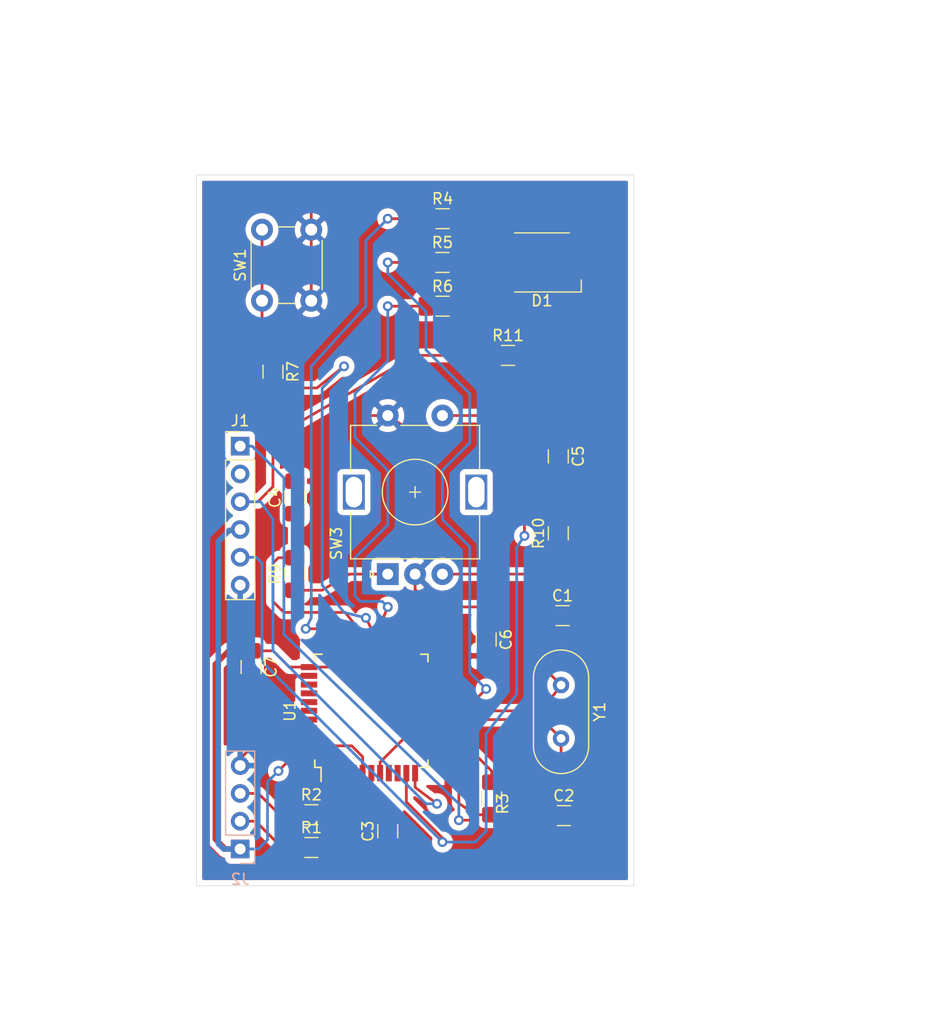
<source format=kicad_pcb>
(kicad_pcb (version 20171130) (host pcbnew "(5.1.4)-1")
  (layers (0 F.Cu signal) (31 B.Cu signal) (34 B.Paste user) (35 F.Paste user) (36 B.SilkS user) (37 F.SilkS user) (38 B.Mask user) (39 F.Mask user) (44 Edge.Cuts user))
  (net 0 "")
  (net 1 GND)
  (net 2 "Net-(C1-Pad1)")
  (net 3 "Net-(C2-Pad1)")
  (net 4 "Net-(C3-Pad2)")
  (net 5 /Sig-A)
  (net 6 /MOSI)
  (net 7 "Net-(D1-Pad6)")
  (net 8 "Net-(D1-Pad5)")
  (net 9 "Net-(D1-Pad4)")
  (net 10 +5V)
  (net 11 /MISO)
  (net 12 /SCK)
  (net 13 /Reset)
  (net 14 "Net-(J2-Pad3)")
  (net 15 "Net-(J2-Pad2)")
  (net 16 "Net-(R1-Pad2)")
  (net 17 "Net-(R2-Pad2)")
  (net 18 /B)
  (net 19 /G)
  (net 20 /R)
  (net 21 /Sw-M)
  (net 22 "Net-(R7-Pad1)")
  (net 23 /Sw-N)
  (net 24 "Net-(R9-Pad1)")
  (net 25 "Net-(R10-Pad1)")
  (net 26 "Net-(R11-Pad2)")
  (net 27 "Net-(U1-Pad42)")
  (net 28 "Net-(U1-Pad41)")
  (net 29 "Net-(U1-Pad40)")
  (net 30 "Net-(U1-Pad39)")
  (net 31 "Net-(U1-Pad38)")
  (net 32 "Net-(U1-Pad37)")
  (net 33 "Net-(U1-Pad36)")
  (net 34 "Net-(U1-Pad33)")
  (net 35 "Net-(U1-Pad32)")
  (net 36 "Net-(U1-Pad29)")
  (net 37 "Net-(U1-Pad26)")
  (net 38 "Net-(U1-Pad25)")
  (net 39 "Net-(U1-Pad22)")
  (net 40 "Net-(U1-Pad21)")
  (net 41 "Net-(U1-Pad20)")
  (net 42 "Net-(U1-Pad19)")
  (net 43 "Net-(U1-Pad12)")
  (net 44 "Net-(U1-Pad9)")
  (net 45 "Net-(U1-Pad8)")
  (module Capacitor_SMD:C_1206_3216Metric_Pad1.42x1.75mm_HandSolder (layer F.Cu) (at 133.096 75.7285 270)
    (fp_text reference C5 (at 0 -1.82 90) (layer F.SilkS))
    (fp_text value 1uF)
    (pad 2 smd roundrect (at 1.4875 0 270) (size 1.425 1.75) (layers F.Cu F.Paste F.Mask) (roundrect_rratio 0.175439) (net 6 /MOSI))
    (pad 1 smd roundrect (at -1.4875 0 270) (size 1.425 1.75) (layers F.Cu F.Paste F.Mask) (roundrect_rratio 0.175439) (net 1 GND))
  )
  (module Connector_PinSocket_2.54mm:PinSocket_1x04_P2.54mm_Vertical (layer B.Cu) (at 104 111.633)
    (fp_text reference J2 (at 0 2.77) (layer B.SilkS) (effects (justify mirror)))
    (fp_text value Conn_01x04_Male)
    (pad 4 thru_hole oval (at 0 -7.62) (size 1.7 1.7) (drill 1) (layers *.Cu *.Mask) (net 1 GND))
    (pad 3 thru_hole oval (at 0 -5.08) (size 1.7 1.7) (drill 1) (layers *.Cu *.Mask) (net 14 "Net-(J2-Pad3)"))
    (pad 2 thru_hole oval (at 0 -2.54) (size 1.7 1.7) (drill 1) (layers *.Cu *.Mask) (net 15 "Net-(J2-Pad2)"))
    (pad 1 thru_hole rect (at 0 0) (size 1.7 1.7) (drill 1) (layers *.Cu *.Mask) (net 10 +5V))
  )
  (module LED_SMD:LED_RGB_5050-6 (layer F.Cu) (at 131.6 58 180)
    (fp_text reference D1 (at 0 -3.5 180) (layer F.SilkS))
    (fp_text value LED_RGB)
    (pad 6 smd rect (at 2.4 -1.7 270) (size 1.1 2) (layers F.Cu F.Paste F.Mask) (net 7 "Net-(D1-Pad6)"))
    (pad 5 smd rect (at 2.4 0 270) (size 1.1 2) (layers F.Cu F.Paste F.Mask) (net 8 "Net-(D1-Pad5)"))
    (pad 4 smd rect (at 2.4 1.7 270) (size 1.1 2) (layers F.Cu F.Paste F.Mask) (net 9 "Net-(D1-Pad4)"))
    (pad 3 smd rect (at -2.4 1.7 270) (size 1.1 2) (layers F.Cu F.Paste F.Mask) (net 1 GND))
    (pad 2 smd rect (at -2.4 0 270) (size 1.1 2) (layers F.Cu F.Paste F.Mask) (net 1 GND))
    (pad 1 smd rect (at -2.4 -1.7 270) (size 1.1 2) (layers F.Cu F.Paste F.Mask) (net 1 GND))
  )
  (module Rotary_Encoder:RotaryEncoder_Alps_EC11E-Switch_Vertical_H20mm (layer F.Cu) (at 117.5 86.5 90)
    (fp_text reference SW3 (at 2.8 -4.7 90) (layer F.SilkS))
    (fp_text value Rotary_Encoder_Switch)
    (pad A thru_hole rect (at 0 0 90) (size 2 2) (drill 1) (layers *.Cu *.Mask) (net 24 "Net-(R9-Pad1)"))
    (pad C thru_hole circle (at 0 2.5 90) (size 2 2) (drill 1) (layers *.Cu *.Mask) (net 1 GND))
    (pad B thru_hole circle (at 0 5 90) (size 2 2) (drill 1) (layers *.Cu *.Mask) (net 25 "Net-(R10-Pad1)"))
    (pad MP thru_hole rect (at 7.5 -3.1 90) (size 3.2 2) (drill oval 2.8 1.5) (layers *.Cu *.Mask))
    (pad MP thru_hole rect (at 7.5 8.1 90) (size 3.2 2) (drill oval 2.8 1.5) (layers *.Cu *.Mask))
    (pad S2 thru_hole circle (at 14.5 0 90) (size 2 2) (drill 1) (layers *.Cu *.Mask) (net 1 GND))
    (pad S1 thru_hole circle (at 14.5 5 90) (size 2 2) (drill 1) (layers *.Cu *.Mask) (net 26 "Net-(R11-Pad2)"))
  )
  (module Resistor_SMD:R_1206_3216Metric_Pad1.42x1.75mm_HandSolder (layer F.Cu) (at 109 86.4875 90)
    (fp_text reference R9 (at 0 -1.82 90) (layer F.SilkS))
    (fp_text value 10k)
    (pad 2 smd roundrect (at 1.4875 0 90) (size 1.425 1.75) (layers F.Cu F.Paste F.Mask) (roundrect_rratio 0.175439) (net 5 /Sig-A))
    (pad 1 smd roundrect (at -1.4875 0 90) (size 1.425 1.75) (layers F.Cu F.Paste F.Mask) (roundrect_rratio 0.175439) (net 24 "Net-(R9-Pad1)"))
  )
  (module Capacitor_SMD:C_1206_3216Metric_Pad1.42x1.75mm_HandSolder (layer F.Cu) (at 105 95 270)
    (fp_text reference C7 (at 0 -1.82 90) (layer F.SilkS))
    (fp_text value 1uF)
    (pad 2 smd roundrect (at 1.4875 0 270) (size 1.425 1.75) (layers F.Cu F.Paste F.Mask) (roundrect_rratio 0.175439) (net 1 GND))
    (pad 1 smd roundrect (at -1.4875 0 270) (size 1.425 1.75) (layers F.Cu F.Paste F.Mask) (roundrect_rratio 0.175439) (net 10 +5V))
  )
  (module Capacitor_SMD:C_1206_3216Metric_Pad1.42x1.75mm_HandSolder (layer F.Cu) (at 126.5 92.4875 270)
    (fp_text reference C6 (at 0 -1.82 90) (layer F.SilkS))
    (fp_text value 1uF)
    (pad 2 smd roundrect (at 1.4875 0 270) (size 1.425 1.75) (layers F.Cu F.Paste F.Mask) (roundrect_rratio 0.175439) (net 1 GND))
    (pad 1 smd roundrect (at -1.4875 0 270) (size 1.425 1.75) (layers F.Cu F.Paste F.Mask) (roundrect_rratio 0.175439) (net 10 +5V))
  )
  (module Crystal:Crystal_HC49-U_Vertical (layer F.Cu) (at 133.35 96.647 270)
    (fp_text reference Y1 (at 2.44 -3.525 90) (layer F.SilkS))
    (fp_text value 16MHz)
    (pad 2 thru_hole circle (at 4.88 0 270) (size 1.5 1.5) (drill 0.8) (layers *.Cu *.Mask) (net 3 "Net-(C2-Pad1)"))
    (pad 1 thru_hole circle (at 0 0 270) (size 1.5 1.5) (drill 0.8) (layers *.Cu *.Mask) (net 2 "Net-(C1-Pad1)"))
  )
  (module Package_QFP:TQFP-44_10x10mm_P0.8mm (layer F.Cu) (at 116 99 90)
    (fp_text reference U1 (at 0 -7.45 90) (layer F.SilkS))
    (fp_text value ATmega32U4-AU)
    (pad 44 smd rect (at -4 -5.7 180) (size 1.5 0.55) (layers F.Cu F.Paste F.Mask) (net 10 +5V))
    (pad 43 smd rect (at -3.2 -5.7 180) (size 1.5 0.55) (layers F.Cu F.Paste F.Mask) (net 1 GND))
    (pad 42 smd rect (at -2.4 -5.7 180) (size 1.5 0.55) (layers F.Cu F.Paste F.Mask) (net 27 "Net-(U1-Pad42)"))
    (pad 41 smd rect (at -1.6 -5.7 180) (size 1.5 0.55) (layers F.Cu F.Paste F.Mask) (net 28 "Net-(U1-Pad41)"))
    (pad 40 smd rect (at -0.8 -5.7 180) (size 1.5 0.55) (layers F.Cu F.Paste F.Mask) (net 29 "Net-(U1-Pad40)"))
    (pad 39 smd rect (at 0 -5.7 180) (size 1.5 0.55) (layers F.Cu F.Paste F.Mask) (net 30 "Net-(U1-Pad39)"))
    (pad 38 smd rect (at 0.8 -5.7 180) (size 1.5 0.55) (layers F.Cu F.Paste F.Mask) (net 31 "Net-(U1-Pad38)"))
    (pad 37 smd rect (at 1.6 -5.7 180) (size 1.5 0.55) (layers F.Cu F.Paste F.Mask) (net 32 "Net-(U1-Pad37)"))
    (pad 36 smd rect (at 2.4 -5.7 180) (size 1.5 0.55) (layers F.Cu F.Paste F.Mask) (net 33 "Net-(U1-Pad36)"))
    (pad 35 smd rect (at 3.2 -5.7 180) (size 1.5 0.55) (layers F.Cu F.Paste F.Mask) (net 1 GND))
    (pad 34 smd rect (at 4 -5.7 180) (size 1.5 0.55) (layers F.Cu F.Paste F.Mask) (net 10 +5V))
    (pad 33 smd rect (at 5.7 -4 90) (size 1.5 0.55) (layers F.Cu F.Paste F.Mask) (net 34 "Net-(U1-Pad33)"))
    (pad 32 smd rect (at 5.7 -3.2 90) (size 1.5 0.55) (layers F.Cu F.Paste F.Mask) (net 35 "Net-(U1-Pad32)"))
    (pad 31 smd rect (at 5.7 -2.4 90) (size 1.5 0.55) (layers F.Cu F.Paste F.Mask) (net 18 /B))
    (pad 30 smd rect (at 5.7 -1.6 90) (size 1.5 0.55) (layers F.Cu F.Paste F.Mask) (net 5 /Sig-A))
    (pad 29 smd rect (at 5.7 -0.8 90) (size 1.5 0.55) (layers F.Cu F.Paste F.Mask) (net 36 "Net-(U1-Pad29)"))
    (pad 28 smd rect (at 5.7 0 90) (size 1.5 0.55) (layers F.Cu F.Paste F.Mask) (net 21 /Sw-M))
    (pad 27 smd rect (at 5.7 0.8 90) (size 1.5 0.55) (layers F.Cu F.Paste F.Mask) (net 20 /R))
    (pad 26 smd rect (at 5.7 1.6 90) (size 1.5 0.55) (layers F.Cu F.Paste F.Mask) (net 37 "Net-(U1-Pad26)"))
    (pad 25 smd rect (at 5.7 2.4 90) (size 1.5 0.55) (layers F.Cu F.Paste F.Mask) (net 38 "Net-(U1-Pad25)"))
    (pad 24 smd rect (at 5.7 3.2 90) (size 1.5 0.55) (layers F.Cu F.Paste F.Mask) (net 10 +5V))
    (pad 23 smd rect (at 5.7 4 90) (size 1.5 0.55) (layers F.Cu F.Paste F.Mask) (net 1 GND))
    (pad 22 smd rect (at 4 5.7 180) (size 1.5 0.55) (layers F.Cu F.Paste F.Mask) (net 39 "Net-(U1-Pad22)"))
    (pad 21 smd rect (at 3.2 5.7 180) (size 1.5 0.55) (layers F.Cu F.Paste F.Mask) (net 40 "Net-(U1-Pad21)"))
    (pad 20 smd rect (at 2.4 5.7 180) (size 1.5 0.55) (layers F.Cu F.Paste F.Mask) (net 41 "Net-(U1-Pad20)"))
    (pad 19 smd rect (at 1.6 5.7 180) (size 1.5 0.55) (layers F.Cu F.Paste F.Mask) (net 42 "Net-(U1-Pad19)"))
    (pad 18 smd rect (at 0.8 5.7 180) (size 1.5 0.55) (layers F.Cu F.Paste F.Mask) (net 19 /G))
    (pad 17 smd rect (at 0 5.7 180) (size 1.5 0.55) (layers F.Cu F.Paste F.Mask) (net 2 "Net-(C1-Pad1)"))
    (pad 16 smd rect (at -0.8 5.7 180) (size 1.5 0.55) (layers F.Cu F.Paste F.Mask) (net 3 "Net-(C2-Pad1)"))
    (pad 15 smd rect (at -1.6 5.7 180) (size 1.5 0.55) (layers F.Cu F.Paste F.Mask) (net 1 GND))
    (pad 14 smd rect (at -2.4 5.7 180) (size 1.5 0.55) (layers F.Cu F.Paste F.Mask) (net 10 +5V))
    (pad 13 smd rect (at -3.2 5.7 180) (size 1.5 0.55) (layers F.Cu F.Paste F.Mask) (net 13 /Reset))
    (pad 12 smd rect (at -4 5.7 180) (size 1.5 0.55) (layers F.Cu F.Paste F.Mask) (net 43 "Net-(U1-Pad12)"))
    (pad 11 smd rect (at -5.7 4 90) (size 1.5 0.55) (layers F.Cu F.Paste F.Mask) (net 11 /MISO))
    (pad 10 smd rect (at -5.7 3.2 90) (size 1.5 0.55) (layers F.Cu F.Paste F.Mask) (net 6 /MOSI))
    (pad 9 smd rect (at -5.7 2.4 90) (size 1.5 0.55) (layers F.Cu F.Paste F.Mask) (net 44 "Net-(U1-Pad9)"))
    (pad 8 smd rect (at -5.7 1.6 90) (size 1.5 0.55) (layers F.Cu F.Paste F.Mask) (net 45 "Net-(U1-Pad8)"))
    (pad 7 smd rect (at -5.7 0.8 90) (size 1.5 0.55) (layers F.Cu F.Paste F.Mask) (net 10 +5V))
    (pad 6 smd rect (at -5.7 0 90) (size 1.5 0.55) (layers F.Cu F.Paste F.Mask) (net 4 "Net-(C3-Pad2)"))
    (pad 5 smd rect (at -5.7 -0.8 90) (size 1.5 0.55) (layers F.Cu F.Paste F.Mask) (net 1 GND))
    (pad 4 smd rect (at -5.7 -1.6 90) (size 1.5 0.55) (layers F.Cu F.Paste F.Mask) (net 16 "Net-(R1-Pad2)"))
    (pad 3 smd rect (at -5.7 -2.4 90) (size 1.5 0.55) (layers F.Cu F.Paste F.Mask) (net 17 "Net-(R2-Pad2)"))
    (pad 2 smd rect (at -5.7 -3.2 90) (size 1.5 0.55) (layers F.Cu F.Paste F.Mask) (net 10 +5V))
    (pad 1 smd rect (at -5.7 -4 90) (size 1.5 0.55) (layers F.Cu F.Paste F.Mask) (net 23 /Sw-N))
  )
  (module Button_Switch_THT:SW_PUSH_6mm_H8mm (layer F.Cu) (at 106 61.5 90)
    (fp_text reference SW1 (at 3.25 -2 90) (layer F.SilkS))
    (fp_text value SW_Push)
    (pad 1 thru_hole circle (at 6.5 0 180) (size 2 2) (drill 1.1) (layers *.Cu *.Mask) (net 22 "Net-(R7-Pad1)"))
    (pad 2 thru_hole circle (at 6.5 4.5 180) (size 2 2) (drill 1.1) (layers *.Cu *.Mask) (net 1 GND))
    (pad 1 thru_hole circle (at 0 0 180) (size 2 2) (drill 1.1) (layers *.Cu *.Mask) (net 22 "Net-(R7-Pad1)"))
    (pad 2 thru_hole circle (at 0 4.5 180) (size 2 2) (drill 1.1) (layers *.Cu *.Mask) (net 1 GND))
  )
  (module Resistor_SMD:R_1206_3216Metric_Pad1.42x1.75mm_HandSolder (layer F.Cu) (at 128.5 66.5)
    (fp_text reference R11 (at 0 -1.82) (layer F.SilkS))
    (fp_text value 10k)
    (pad 2 smd roundrect (at 1.4875 0) (size 1.425 1.75) (layers F.Cu F.Paste F.Mask) (roundrect_rratio 0.175439) (net 26 "Net-(R11-Pad2)"))
    (pad 1 smd roundrect (at -1.4875 0) (size 1.425 1.75) (layers F.Cu F.Paste F.Mask) (roundrect_rratio 0.175439) (net 11 /MISO))
  )
  (module Resistor_SMD:R_1206_3216Metric_Pad1.42x1.75mm_HandSolder (layer F.Cu) (at 133.096 82.7675 90)
    (fp_text reference R10 (at 0 -1.82 90) (layer F.SilkS))
    (fp_text value 10k)
    (pad 2 smd roundrect (at 1.4875 0 90) (size 1.425 1.75) (layers F.Cu F.Paste F.Mask) (roundrect_rratio 0.175439) (net 6 /MOSI))
    (pad 1 smd roundrect (at -1.4875 0 90) (size 1.425 1.75) (layers F.Cu F.Paste F.Mask) (roundrect_rratio 0.175439) (net 25 "Net-(R10-Pad1)"))
  )
  (module Resistor_SMD:R_1206_3216Metric_Pad1.42x1.75mm_HandSolder (layer F.Cu) (at 107 67.9875 270)
    (fp_text reference R7 (at 0 -1.82 90) (layer F.SilkS))
    (fp_text value 10k)
    (pad 2 smd roundrect (at 1.4875 0 270) (size 1.425 1.75) (layers F.Cu F.Paste F.Mask) (roundrect_rratio 0.175439) (net 21 /Sw-M))
    (pad 1 smd roundrect (at -1.4875 0 270) (size 1.425 1.75) (layers F.Cu F.Paste F.Mask) (roundrect_rratio 0.175439) (net 22 "Net-(R7-Pad1)"))
  )
  (module Resistor_SMD:R_1206_3216Metric_Pad1.42x1.75mm_HandSolder (layer F.Cu) (at 122.5125 62)
    (fp_text reference R6 (at 0 -1.82) (layer F.SilkS))
    (fp_text value 220)
    (pad 2 smd roundrect (at 1.4875 0) (size 1.425 1.75) (layers F.Cu F.Paste F.Mask) (roundrect_rratio 0.175439) (net 7 "Net-(D1-Pad6)"))
    (pad 1 smd roundrect (at -1.4875 0) (size 1.425 1.75) (layers F.Cu F.Paste F.Mask) (roundrect_rratio 0.175439) (net 20 /R))
  )
  (module Resistor_SMD:R_1206_3216Metric_Pad1.42x1.75mm_HandSolder (layer F.Cu) (at 122.5 58)
    (fp_text reference R5 (at 0 -1.82) (layer F.SilkS))
    (fp_text value 150)
    (pad 2 smd roundrect (at 1.4875 0) (size 1.425 1.75) (layers F.Cu F.Paste F.Mask) (roundrect_rratio 0.175439) (net 8 "Net-(D1-Pad5)"))
    (pad 1 smd roundrect (at -1.4875 0) (size 1.425 1.75) (layers F.Cu F.Paste F.Mask) (roundrect_rratio 0.175439) (net 19 /G))
  )
  (module Resistor_SMD:R_1206_3216Metric_Pad1.42x1.75mm_HandSolder (layer F.Cu) (at 122.5125 54)
    (fp_text reference R4 (at 0 -1.82) (layer F.SilkS))
    (fp_text value 150)
    (pad 2 smd roundrect (at 1.4875 0) (size 1.425 1.75) (layers F.Cu F.Paste F.Mask) (roundrect_rratio 0.175439) (net 9 "Net-(D1-Pad4)"))
    (pad 1 smd roundrect (at -1.4875 0) (size 1.425 1.75) (layers F.Cu F.Paste F.Mask) (roundrect_rratio 0.175439) (net 18 /B))
  )
  (module Resistor_SMD:R_1206_3216Metric_Pad1.42x1.75mm_HandSolder (layer F.Cu) (at 127 107.0125 270)
    (fp_text reference R3 (at 0.4875 -1 90) (layer F.SilkS))
    (fp_text value 10k)
    (pad 2 smd roundrect (at 1.4875 0 270) (size 1.425 1.75) (layers F.Cu F.Paste F.Mask) (roundrect_rratio 0.175439) (net 13 /Reset))
    (pad 1 smd roundrect (at -1.4875 0 270) (size 1.425 1.75) (layers F.Cu F.Paste F.Mask) (roundrect_rratio 0.175439) (net 10 +5V))
  )
  (module Resistor_SMD:R_1206_3216Metric_Pad1.42x1.75mm_HandSolder (layer F.Cu) (at 110.5125 108.5)
    (fp_text reference R2 (at 0 -1.82) (layer F.SilkS))
    (fp_text value 22)
    (pad 2 smd roundrect (at 1.4875 0) (size 1.425 1.75) (layers F.Cu F.Paste F.Mask) (roundrect_rratio 0.175439) (net 17 "Net-(R2-Pad2)"))
    (pad 1 smd roundrect (at -1.4875 0) (size 1.425 1.75) (layers F.Cu F.Paste F.Mask) (roundrect_rratio 0.175439) (net 14 "Net-(J2-Pad3)"))
  )
  (module Resistor_SMD:R_1206_3216Metric_Pad1.42x1.75mm_HandSolder (layer F.Cu) (at 110.5125 111.5)
    (fp_text reference R1 (at 0 -1.82) (layer F.SilkS))
    (fp_text value 22)
    (pad 2 smd roundrect (at 1.4875 0) (size 1.425 1.75) (layers F.Cu F.Paste F.Mask) (roundrect_rratio 0.175439) (net 16 "Net-(R1-Pad2)"))
    (pad 1 smd roundrect (at -1.4875 0) (size 1.425 1.75) (layers F.Cu F.Paste F.Mask) (roundrect_rratio 0.175439) (net 15 "Net-(J2-Pad2)"))
  )
  (module Connector_PinHeader_2.54mm:PinHeader_1x06_P2.54mm_Vertical (layer F.Cu) (at 104 74.8)
    (fp_text reference J1 (at 0 -2.33) (layer F.SilkS))
    (fp_text value Conn_01x06)
    (pad 6 thru_hole oval (at 0 12.7) (size 1.7 1.7) (drill 1) (layers *.Cu *.Mask) (net 1 GND))
    (pad 5 thru_hole oval (at 0 10.16) (size 1.7 1.7) (drill 1) (layers *.Cu *.Mask) (net 6 /MOSI))
    (pad 4 thru_hole oval (at 0 7.62) (size 1.7 1.7) (drill 1) (layers *.Cu *.Mask) (net 10 +5V))
    (pad 3 thru_hole oval (at 0 5.08) (size 1.7 1.7) (drill 1) (layers *.Cu *.Mask) (net 11 /MISO))
    (pad 2 thru_hole oval (at 0 2.54) (size 1.7 1.7) (drill 1) (layers *.Cu *.Mask) (net 12 /SCK))
    (pad 1 thru_hole rect (at 0 0) (size 1.7 1.7) (drill 1) (layers *.Cu *.Mask) (net 13 /Reset))
  )
  (module Capacitor_SMD:C_1206_3216Metric_Pad1.42x1.75mm_HandSolder (layer F.Cu) (at 109 79.4875 90)
    (fp_text reference C4 (at 0 -1.82 90) (layer F.SilkS))
    (fp_text value 1uF)
    (pad 2 smd roundrect (at 1.4875 0 90) (size 1.425 1.75) (layers F.Cu F.Paste F.Mask) (roundrect_rratio 0.175439) (net 1 GND))
    (pad 1 smd roundrect (at -1.4875 0 90) (size 1.425 1.75) (layers F.Cu F.Paste F.Mask) (roundrect_rratio 0.175439) (net 5 /Sig-A))
  )
  (module Capacitor_SMD:C_1206_3216Metric_Pad1.42x1.75mm_HandSolder (layer F.Cu) (at 117.5 110.0125 90)
    (fp_text reference C3 (at 0 -1.82 90) (layer F.SilkS))
    (fp_text value 1uF)
    (pad 2 smd roundrect (at 1.4875 0 90) (size 1.425 1.75) (layers F.Cu F.Paste F.Mask) (roundrect_rratio 0.175439) (net 4 "Net-(C3-Pad2)"))
    (pad 1 smd roundrect (at -1.4875 0 90) (size 1.425 1.75) (layers F.Cu F.Paste F.Mask) (roundrect_rratio 0.175439) (net 1 GND))
  )
  (module Capacitor_SMD:C_1206_3216Metric_Pad1.42x1.75mm_HandSolder (layer F.Cu) (at 133.604 108.585)
    (fp_text reference C2 (at 0 -1.82) (layer F.SilkS))
    (fp_text value 22pF)
    (pad 2 smd roundrect (at 1.4875 0) (size 1.425 1.75) (layers F.Cu F.Paste F.Mask) (roundrect_rratio 0.175439) (net 1 GND))
    (pad 1 smd roundrect (at -1.4875 0) (size 1.425 1.75) (layers F.Cu F.Paste F.Mask) (roundrect_rratio 0.175439) (net 3 "Net-(C2-Pad1)"))
  )
  (module Capacitor_SMD:C_1206_3216Metric_Pad1.42x1.75mm_HandSolder (layer F.Cu) (at 133.4875 90.297)
    (fp_text reference C1 (at 0 -1.82) (layer F.SilkS))
    (fp_text value 22pF)
    (pad 2 smd roundrect (at 1.4875 0) (size 1.425 1.75) (layers F.Cu F.Paste F.Mask) (roundrect_rratio 0.175439) (net 1 GND))
    (pad 1 smd roundrect (at -1.4875 0) (size 1.425 1.75) (layers F.Cu F.Paste F.Mask) (roundrect_rratio 0.175439) (net 2 "Net-(C1-Pad1)"))
  )
  (gr_line (start 100 115) (end 100 50) (layer Edge.Cuts) (width 0.05))
  (gr_line (start 140 115) (end 100 115) (layer Edge.Cuts) (width 0.05))
  (gr_line (start 140 50) (end 140 115) (layer Edge.Cuts) (width 0.05))
  (gr_line (start 100 50) (end 140 50) (layer Edge.Cuts) (width 0.05))
  (segment (start 110.3 102.2) (end 114.2 102.2) (width 0.25) (layer F.Cu) (net 1))
  (segment (start 115.2 103.2) (end 115.2 104.7) (width 0.25) (layer F.Cu) (net 1))
  (segment (start 114.2 102.2) (end 115.2 103.2) (width 0.25) (layer F.Cu) (net 1))
  (segment (start 109.3 102.2) (end 110.3 102.2) (width 0.25) (layer F.Cu) (net 1))
  (segment (start 105.18 102.2) (end 109.3 102.2) (width 0.25) (layer F.Cu) (net 1))
  (segment (start 104 103.38) (end 105.18 102.2) (width 0.25) (layer F.Cu) (net 1))
  (segment (start 120 93.3) (end 120 98) (width 0.25) (layer F.Cu) (net 1))
  (segment (start 105 96.4875) (end 107.5125 96.4875) (width 0.25) (layer F.Cu) (net 1))
  (segment (start 109.3 95.8) (end 110.3 95.8) (width 0.25) (layer F.Cu) (net 1))
  (segment (start 108.2 95.8) (end 109.3 95.8) (width 0.25) (layer F.Cu) (net 1))
  (segment (start 107.5125 96.4875) (end 108.2 95.8) (width 0.25) (layer F.Cu) (net 1))
  (segment (start 110.5 55) (end 110.5 61.5) (width 0.25) (layer F.Cu) (net 1))
  (segment (start 115.2 104.7) (end 115.2 110.2) (width 0.25) (layer F.Cu) (net 1))
  (segment (start 115.2 110.2) (end 116.5 111.5) (width 0.25) (layer F.Cu) (net 1))
  (segment (start 120 93.3) (end 120 92.825) (width 0.25) (layer F.Cu) (net 1))
  (segment (start 134 56.3) (end 134 58) (width 0.25) (layer F.Cu) (net 1))
  (segment (start 134 58) (end 134 59.7) (width 0.25) (layer F.Cu) (net 1))
  (segment (start 110.5 55) (end 110.5 53) (width 0.25) (layer F.Cu) (net 1))
  (segment (start 110.5 53) (end 112 51.5) (width 0.25) (layer F.Cu) (net 1))
  (segment (start 112 51.5) (end 131 51.5) (width 0.25) (layer F.Cu) (net 1))
  (segment (start 134 54.5) (end 134 56.3) (width 0.25) (layer F.Cu) (net 1))
  (segment (start 131 51.5) (end 134 54.5) (width 0.25) (layer F.Cu) (net 1))
  (segment (start 126.5 93.975) (end 124.975 93.975) (width 0.25) (layer F.Cu) (net 1))
  (segment (start 124.975 93.975) (end 122.5 91.5) (width 0.25) (layer F.Cu) (net 1))
  (segment (start 122.5 91.5) (end 120.5 91.5) (width 0.25) (layer F.Cu) (net 1))
  (segment (start 120 92) (end 120 93.3) (width 0.25) (layer F.Cu) (net 1))
  (segment (start 120.5 91.5) (end 120 92) (width 0.25) (layer F.Cu) (net 1))
  (segment (start 118.5 111.5) (end 116.5 111.5) (width 0.25) (layer F.Cu) (net 1))
  (segment (start 105 102.38) (end 104 103.38) (width 0.25) (layer F.Cu) (net 1))
  (segment (start 105 96.4875) (end 105 102.38) (width 0.25) (layer F.Cu) (net 1))
  (segment (start 117.5 72) (end 122 75) (width 0.25) (layer F.Cu) (net 1))
  (segment (start 115.5 72) (end 117.5 72) (width 0.25) (layer F.Cu) (net 1))
  (segment (start 109 78) (end 109 75.5) (width 0.25) (layer F.Cu) (net 1))
  (segment (start 109 75.5) (end 115.5 72) (width 0.25) (layer F.Cu) (net 1))
  (segment (start 120 99.9) (end 120 98) (width 0.25) (layer F.Cu) (net 1))
  (segment (start 120.7 100.6) (end 120 99.9) (width 0.25) (layer F.Cu) (net 1))
  (segment (start 121.7 100.6) (end 120.7 100.6) (width 0.25) (layer F.Cu) (net 1))
  (segment (start 137.5 81.05) (end 137.5 89.621) (width 0.25) (layer F.Cu) (net 1))
  (segment (start 137.5 89.621) (end 137.5 89.748) (width 0.25) (layer F.Cu) (net 1))
  (segment (start 136.779 90.297) (end 134.975 90.297) (width 0.25) (layer F.Cu) (net 1))
  (segment (start 137.4894 89.9676) (end 137.5 89.957) (width 0.25) (layer F.Cu) (net 1))
  (segment (start 137.2116 89.9676) (end 137.4894 89.9676) (width 0.25) (layer F.Cu) (net 1))
  (segment (start 137.5 89.748) (end 137.5 89.957) (width 0.25) (layer F.Cu) (net 1))
  (segment (start 137.2116 89.9676) (end 136.779 90.297) (width 0.25) (layer F.Cu) (net 1))
  (segment (start 137.5 89.748) (end 137.2116 89.9676) (width 0.25) (layer F.Cu) (net 1))
  (segment (start 134.975 89.322) (end 134.975 90.297) (width 0.25) (layer F.Cu) (net 1))
  (segment (start 134.153 88.5) (end 134.975 89.322) (width 0.25) (layer F.Cu) (net 1))
  (segment (start 120 86.5) (end 120 87.914213) (width 0.25) (layer F.Cu) (net 1))
  (segment (start 120 87.914213) (end 120.585787 88.5) (width 0.25) (layer F.Cu) (net 1))
  (segment (start 128.778 88.519) (end 128.797 88.5) (width 0.25) (layer F.Cu) (net 1))
  (segment (start 128.778 93.222) (end 128.778 88.519) (width 0.25) (layer F.Cu) (net 1))
  (segment (start 128.025 93.975) (end 128.778 93.222) (width 0.25) (layer F.Cu) (net 1))
  (segment (start 126.5 93.975) (end 128.025 93.975) (width 0.25) (layer F.Cu) (net 1))
  (segment (start 120.585787 88.5) (end 128.797 88.5) (width 0.25) (layer F.Cu) (net 1))
  (segment (start 128.797 88.5) (end 134.153 88.5) (width 0.25) (layer F.Cu) (net 1))
  (segment (start 122 113) (end 133.634 113) (width 0.25) (layer F.Cu) (net 1))
  (segment (start 117.5 111.5) (end 119.975 111.5) (width 0.25) (layer F.Cu) (net 1))
  (segment (start 119.975 111.5) (end 122 113) (width 0.25) (layer F.Cu) (net 1))
  (segment (start 135.0915 111.5425) (end 133.634 113) (width 0.25) (layer F.Cu) (net 1))
  (segment (start 135.0915 108.585) (end 135.0915 111.5425) (width 0.25) (layer F.Cu) (net 1))
  (segment (start 136.906 108.585) (end 135.0915 108.585) (width 0.25) (layer F.Cu) (net 1))
  (segment (start 137.5 89.957) (end 137.5 107.991) (width 0.25) (layer F.Cu) (net 1))
  (segment (start 137.5 107.991) (end 136.906 108.585) (width 0.25) (layer F.Cu) (net 1))
  (segment (start 104 87.5) (end 104 88.702081) (width 0.25) (layer B.Cu) (net 1))
  (segment (start 104 88.702081) (end 104 103.38) (width 0.25) (layer B.Cu) (net 1))
  (segment (start 128.327 75) (end 122 75) (width 0.25) (layer F.Cu) (net 1))
  (segment (start 128.5 75) (end 128.327 75) (width 0.25) (layer F.Cu) (net 1))
  (segment (start 134 59.7) (end 134 70.373) (width 0.25) (layer F.Cu) (net 1))
  (segment (start 134 70.373) (end 134 70.724) (width 0.25) (layer F.Cu) (net 1))
  (segment (start 134.127 71.897) (end 134 71.897) (width 0.254) (layer F.Cu) (net 1))
  (segment (start 137.5 81.05) (end 137.5 75.27) (width 0.254) (layer F.Cu) (net 1))
  (segment (start 134 70.373) (end 134 71.897) (width 0.254) (layer F.Cu) (net 1))
  (segment (start 128.5 75) (end 128.835 75) (width 0.254) (layer F.Cu) (net 1))
  (segment (start 131.938 71.897) (end 134 71.897) (width 0.254) (layer F.Cu) (net 1))
  (segment (start 128.835 75) (end 131.938 71.897) (width 0.254) (layer F.Cu) (net 1))
  (segment (start 134.015 72.009) (end 134 72.024) (width 0.254) (layer F.Cu) (net 1))
  (segment (start 134.239 72.009) (end 134.015 72.009) (width 0.254) (layer F.Cu) (net 1))
  (segment (start 134 71.897) (end 134 72.024) (width 0.254) (layer F.Cu) (net 1))
  (segment (start 134.239 72.009) (end 134.127 71.897) (width 0.254) (layer F.Cu) (net 1))
  (segment (start 137.5 75.27) (end 134.239 72.009) (width 0.254) (layer F.Cu) (net 1))
  (segment (start 134 72.5245) (end 134 72.024) (width 0.254) (layer F.Cu) (net 1))
  (segment (start 133.096 73.4285) (end 134 72.5245) (width 0.254) (layer F.Cu) (net 1))
  (segment (start 133.096 74.241) (end 133.096 73.4285) (width 0.254) (layer F.Cu) (net 1))
  (segment (start 131.572 99) (end 133.35 96.647) (width 0.25) (layer F.Cu) (net 2))
  (segment (start 121.7 99) (end 131.572 99) (width 0.25) (layer F.Cu) (net 2))
  (segment (start 132 91.272) (end 132.041 91.313) (width 0.25) (layer F.Cu) (net 2))
  (segment (start 132 90.297) (end 132 91.272) (width 0.25) (layer F.Cu) (net 2))
  (segment (start 132.041 95.338) (end 133.35 96.647) (width 0.25) (layer F.Cu) (net 2))
  (segment (start 132.041 91.313) (end 132.041 95.338) (width 0.25) (layer F.Cu) (net 2))
  (segment (start 131.623 99.8) (end 133.35 101.527) (width 0.25) (layer F.Cu) (net 3))
  (segment (start 121.7 99.8) (end 131.623 99.8) (width 0.25) (layer F.Cu) (net 3))
  (segment (start 133.35 103.53) (end 133.35 101.527) (width 0.25) (layer F.Cu) (net 3))
  (segment (start 133.35 105.029) (end 133.35 103.53) (width 0.25) (layer F.Cu) (net 3))
  (segment (start 132.1165 108.585) (end 132.08 106.5) (width 0.25) (layer F.Cu) (net 3))
  (segment (start 132.08 106.5) (end 133.35 105.029) (width 0.25) (layer F.Cu) (net 3))
  (segment (start 116 104.7) (end 116 107.5) (width 0.25) (layer F.Cu) (net 4))
  (segment (start 116 107.5) (end 117 108.5) (width 0.25) (layer F.Cu) (net 4))
  (segment (start 109 80.975) (end 109 85) (width 0.25) (layer F.Cu) (net 5))
  (segment (start 114.4 91) (end 114.4 93.3) (width 0.25) (layer F.Cu) (net 5))
  (segment (start 107.5 85) (end 107 85.5) (width 0.25) (layer F.Cu) (net 5))
  (segment (start 109 85) (end 107.5 85) (width 0.25) (layer F.Cu) (net 5))
  (segment (start 107 85.5) (end 107 89) (width 0.25) (layer F.Cu) (net 5))
  (segment (start 108 90) (end 113.6 90) (width 0.25) (layer F.Cu) (net 5))
  (segment (start 107 89) (end 108 90) (width 0.25) (layer F.Cu) (net 5))
  (segment (start 113.6 90) (end 114.4 91) (width 0.25) (layer F.Cu) (net 5))
  (segment (start 119.2 107.32431) (end 122.5 110.62431) (width 0.25) (layer F.Cu) (net 6))
  (segment (start 119.2 104.7) (end 119.2 107.32431) (width 0.25) (layer F.Cu) (net 6))
  (via (at 122.5 111) (size 0.9) (drill 0.5) (layers F.Cu B.Cu) (net 6))
  (segment (start 122.5 110.62431) (end 122.5 111) (width 0.25) (layer F.Cu) (net 6))
  (segment (start 105.46 84.96) (end 104 84.96) (width 0.25) (layer B.Cu) (net 6))
  (segment (start 106 85.5) (end 105.46 84.96) (width 0.25) (layer B.Cu) (net 6))
  (segment (start 122.5 111) (end 106 94.5) (width 0.25) (layer B.Cu) (net 6))
  (segment (start 106 94.5) (end 106 85.5) (width 0.25) (layer B.Cu) (net 6))
  (via (at 130 83) (size 0.9) (drill 0.5) (layers F.Cu B.Cu) (net 6))
  (segment (start 130.937 81.28) (end 133.096 81.28) (width 0.25) (layer F.Cu) (net 6))
  (segment (start 129.286 84.074) (end 130 83) (width 0.25) (layer B.Cu) (net 6))
  (segment (start 129.286 97.5) (end 129.286 84.074) (width 0.25) (layer B.Cu) (net 6))
  (segment (start 126.492 101.092) (end 129.286 97.5) (width 0.25) (layer B.Cu) (net 6))
  (segment (start 126.5 110) (end 126.492 101.092) (width 0.25) (layer B.Cu) (net 6))
  (segment (start 122.5 111) (end 125.5 111) (width 0.25) (layer B.Cu) (net 6))
  (segment (start 125.5 111) (end 126.5 110) (width 0.25) (layer B.Cu) (net 6))
  (segment (start 130 83) (end 130 81.836) (width 0.25) (layer F.Cu) (net 6))
  (segment (start 130.556 81.28) (end 130.937 81.28) (width 0.25) (layer F.Cu) (net 6))
  (segment (start 130 81.836) (end 130.556 81.28) (width 0.25) (layer F.Cu) (net 6))
  (segment (start 133.096 80.4675) (end 133.096 77.216) (width 0.254) (layer F.Cu) (net 6))
  (segment (start 133.096 81.28) (end 133.096 80.4675) (width 0.254) (layer F.Cu) (net 6))
  (segment (start 124 62) (end 125 62) (width 0.25) (layer F.Cu) (net 7))
  (segment (start 127.3 59.7) (end 129.2 59.7) (width 0.25) (layer F.Cu) (net 7))
  (segment (start 125 62) (end 127.3 59.7) (width 0.25) (layer F.Cu) (net 7))
  (segment (start 123.9875 58) (end 129.2 58) (width 0.25) (layer F.Cu) (net 8))
  (segment (start 124 54) (end 125 54) (width 0.25) (layer F.Cu) (net 9))
  (segment (start 127.3 56.3) (end 129.2 56.3) (width 0.25) (layer F.Cu) (net 9))
  (segment (start 125 54) (end 127.3 56.3) (width 0.25) (layer F.Cu) (net 9))
  (segment (start 111.3 103) (end 110.3 103) (width 0.25) (layer F.Cu) (net 10))
  (segment (start 112.1 103) (end 111.3 103) (width 0.25) (layer F.Cu) (net 10))
  (segment (start 112.8 103.7) (end 112.1 103) (width 0.25) (layer F.Cu) (net 10))
  (segment (start 112.8 104.7) (end 112.8 103.7) (width 0.25) (layer F.Cu) (net 10))
  (segment (start 120.7 101.4) (end 121.7 101.4) (width 0.25) (layer F.Cu) (net 10))
  (segment (start 119.1 101.4) (end 120.7 101.4) (width 0.25) (layer F.Cu) (net 10))
  (segment (start 116.8 103.7) (end 119.1 101.4) (width 0.25) (layer F.Cu) (net 10))
  (segment (start 116.8 104.7) (end 116.8 103.7) (width 0.25) (layer F.Cu) (net 10))
  (segment (start 105 93.5125) (end 107.0125 93.5125) (width 0.25) (layer F.Cu) (net 10))
  (segment (start 108.5 95) (end 110.3 95) (width 0.25) (layer F.Cu) (net 10))
  (segment (start 107.0125 93.5125) (end 108.5 95) (width 0.25) (layer F.Cu) (net 10))
  (segment (start 119.2 93.3) (end 119.2 90.8) (width 0.25) (layer F.Cu) (net 10))
  (segment (start 119.2 90.8) (end 120.5 89.5) (width 0.25) (layer F.Cu) (net 10))
  (segment (start 120.5 89.5) (end 126 89.5) (width 0.25) (layer F.Cu) (net 10))
  (segment (start 126.5 90) (end 126.5 91) (width 0.25) (layer F.Cu) (net 10))
  (segment (start 126 89.5) (end 126.5 90) (width 0.25) (layer F.Cu) (net 10))
  (segment (start 110.3 95) (end 118.5 95) (width 0.25) (layer F.Cu) (net 10))
  (segment (start 119.2 94.3) (end 119.2 93.3) (width 0.25) (layer F.Cu) (net 10))
  (segment (start 118.5 95) (end 119.2 94.3) (width 0.25) (layer F.Cu) (net 10))
  (segment (start 123.9 101.4) (end 121.7 101.4) (width 0.25) (layer F.Cu) (net 10))
  (segment (start 127 105.525) (end 127 104.5) (width 0.25) (layer F.Cu) (net 10))
  (segment (start 127 104.5) (end 123.9 101.4) (width 0.25) (layer F.Cu) (net 10))
  (segment (start 118.5 100.8) (end 119.1 101.4) (width 0.25) (layer F.Cu) (net 10))
  (segment (start 118.5 95) (end 118.5 100.8) (width 0.25) (layer F.Cu) (net 10))
  (segment (start 110.3 103) (end 109 103) (width 0.25) (layer F.Cu) (net 10))
  (via (at 107.5 104.5) (size 0.9) (drill 0.5) (layers F.Cu B.Cu) (net 10))
  (segment (start 109 103) (end 107.5 104.5) (width 0.25) (layer F.Cu) (net 10))
  (segment (start 107.5 104.5) (end 106.5 105.5) (width 0.25) (layer B.Cu) (net 10))
  (segment (start 106.5 105.5) (end 106.5 109.6) (width 0.25) (layer B.Cu) (net 10))
  (segment (start 102.9565 93.5125) (end 105 93.5125) (width 0.508) (layer F.Cu) (net 10))
  (segment (start 101.727 94.742) (end 102.9565 93.5125) (width 0.508) (layer F.Cu) (net 10))
  (segment (start 101.727 110.718) (end 101.727 94.742) (width 0.508) (layer F.Cu) (net 10))
  (segment (start 102.642 111.633) (end 101.727 110.718) (width 0.508) (layer F.Cu) (net 10))
  (segment (start 104 111.633) (end 102.642 111.633) (width 0.508) (layer F.Cu) (net 10))
  (segment (start 103.92 82.5) (end 104 82.42) (width 0.508) (layer B.Cu) (net 10))
  (segment (start 103 82.5) (end 103.92 82.5) (width 0.508) (layer B.Cu) (net 10))
  (segment (start 102 83.5) (end 103 82.5) (width 0.508) (layer B.Cu) (net 10))
  (segment (start 102 111.144) (end 102 83.5) (width 0.508) (layer B.Cu) (net 10))
  (segment (start 104 111.633) (end 102.489 111.633) (width 0.508) (layer B.Cu) (net 10))
  (segment (start 102.489 111.633) (end 102 111.144) (width 0.508) (layer B.Cu) (net 10))
  (segment (start 106.5 109.6) (end 106.5 110.797) (width 0.254) (layer B.Cu) (net 10))
  (segment (start 105.664 111.633) (end 104 111.633) (width 0.254) (layer B.Cu) (net 10))
  (segment (start 106.5 110.797) (end 105.664 111.633) (width 0.254) (layer B.Cu) (net 10))
  (segment (start 105.62 79.88) (end 104 79.88) (width 0.25) (layer F.Cu) (net 11))
  (segment (start 107 78.5) (end 105.62 79.88) (width 0.25) (layer F.Cu) (net 11))
  (segment (start 107 74) (end 107 78.5) (width 0.25) (layer F.Cu) (net 11))
  (segment (start 127.0125 66.5) (end 120 66.5) (width 0.25) (layer F.Cu) (net 11))
  (segment (start 120 66.5) (end 107 74) (width 0.25) (layer F.Cu) (net 11))
  (via (at 122 107.5) (size 0.9) (drill 0.5) (layers F.Cu B.Cu) (net 11))
  (segment (start 120 106) (end 120 104.7) (width 0.25) (layer F.Cu) (net 11))
  (segment (start 122 107.5) (end 120 106) (width 0.25) (layer F.Cu) (net 11))
  (segment (start 121 107.5) (end 122 107.5) (width 0.25) (layer B.Cu) (net 11))
  (segment (start 107 93.5) (end 121 107.5) (width 0.25) (layer B.Cu) (net 11))
  (segment (start 107 81.5) (end 107 93.5) (width 0.25) (layer B.Cu) (net 11))
  (segment (start 104 79.88) (end 105.88 79.88) (width 0.25) (layer B.Cu) (net 11))
  (segment (start 105.88 79.88) (end 107 81.5) (width 0.25) (layer B.Cu) (net 11))
  (segment (start 127 108.5) (end 127 109) (width 0.25) (layer F.Cu) (net 13))
  (segment (start 122.7 102.2) (end 121.7 102.2) (width 0.25) (layer F.Cu) (net 13))
  (segment (start 124 103.5) (end 122.7 102.2) (width 0.25) (layer F.Cu) (net 13))
  (segment (start 124 107.45) (end 124 103.5) (width 0.25) (layer F.Cu) (net 13))
  (segment (start 127 108.5) (end 125.5 108.5) (width 0.25) (layer F.Cu) (net 13))
  (segment (start 125.5 108.5) (end 124 107.45) (width 0.25) (layer F.Cu) (net 13))
  (via (at 124 109) (size 0.9) (drill 0.5) (layers F.Cu B.Cu) (net 13))
  (segment (start 125 109) (end 125.5 108.5) (width 0.25) (layer F.Cu) (net 13))
  (segment (start 124 109) (end 125 109) (width 0.25) (layer F.Cu) (net 13))
  (segment (start 105.1 74.8) (end 104 74.8) (width 0.25) (layer B.Cu) (net 13))
  (segment (start 108 77.7) (end 105.1 74.8) (width 0.25) (layer B.Cu) (net 13))
  (segment (start 108 92) (end 108 77.7) (width 0.25) (layer B.Cu) (net 13))
  (segment (start 124 109) (end 124 107.5) (width 0.25) (layer B.Cu) (net 13))
  (segment (start 124 107.5) (end 108 92) (width 0.25) (layer B.Cu) (net 13))
  (segment (start 109.025 108.5) (end 107.611 108.5) (width 0.254) (layer F.Cu) (net 14))
  (segment (start 105.664 106.553) (end 104 106.553) (width 0.254) (layer F.Cu) (net 14))
  (segment (start 107.611 108.5) (end 105.664 106.553) (width 0.254) (layer F.Cu) (net 14))
  (segment (start 105.41 109.093) (end 104 109.093) (width 0.254) (layer F.Cu) (net 15))
  (segment (start 109.025 111.5) (end 107.817 111.5) (width 0.254) (layer F.Cu) (net 15))
  (segment (start 107.817 111.5) (end 105.41 109.093) (width 0.254) (layer F.Cu) (net 15))
  (segment (start 114.4 105.7) (end 114.4 104.7) (width 0.25) (layer F.Cu) (net 16))
  (segment (start 114.4 109.9125) (end 114.4 105.7) (width 0.25) (layer F.Cu) (net 16))
  (segment (start 112.8125 111.5) (end 114.4 109.9125) (width 0.25) (layer F.Cu) (net 16))
  (segment (start 112 111.5) (end 112.8125 111.5) (width 0.25) (layer F.Cu) (net 16))
  (segment (start 113.6 104.7) (end 113.6 108.015) (width 0.254) (layer F.Cu) (net 17))
  (segment (start 113.115 108.5) (end 112 108.5) (width 0.254) (layer F.Cu) (net 17))
  (segment (start 113.6 108.015) (end 113.115 108.5) (width 0.254) (layer F.Cu) (net 17))
  (segment (start 121.025 54) (end 117.5 54) (width 0.25) (layer F.Cu) (net 18))
  (via (at 117.5 54) (size 0.9) (drill 0.5) (layers F.Cu B.Cu) (net 18))
  (segment (start 113.6 92.1) (end 113.6 93.3) (width 0.25) (layer F.Cu) (net 18))
  (segment (start 113 91.5) (end 113.6 92.1) (width 0.25) (layer F.Cu) (net 18))
  (segment (start 110 91.5) (end 113 91.5) (width 0.25) (layer F.Cu) (net 18))
  (segment (start 110.5 90.5) (end 110.5 67.5) (width 0.25) (layer B.Cu) (net 18))
  (segment (start 110.5 67.5) (end 115.5 62) (width 0.25) (layer B.Cu) (net 18))
  (segment (start 115.5 62) (end 115.5 56) (width 0.25) (layer B.Cu) (net 18))
  (segment (start 115.5 56) (end 117.5 54) (width 0.25) (layer B.Cu) (net 18))
  (segment (start 110 91.5) (end 110.5 90.5) (width 0.25) (layer B.Cu) (net 18))
  (via (at 110 91.5) (size 0.9) (drill 0.5) (layers F.Cu B.Cu) (net 18))
  (segment (start 121.0125 58) (end 117.5 58) (width 0.25) (layer F.Cu) (net 19))
  (via (at 117.5 58) (size 0.9) (drill 0.5) (layers F.Cu B.Cu) (net 19))
  (segment (start 121.7 98.2) (end 125.3 98.2) (width 0.25) (layer F.Cu) (net 19))
  (via (at 126.5 97) (size 0.9) (drill 0.5) (layers F.Cu B.Cu) (net 19))
  (segment (start 125.3 98.2) (end 126.5 97) (width 0.25) (layer F.Cu) (net 19))
  (segment (start 117.5 58) (end 117.5 59) (width 0.25) (layer B.Cu) (net 19))
  (segment (start 117.5 59) (end 121 62.5) (width 0.25) (layer B.Cu) (net 19))
  (segment (start 121 62.5) (end 121 66) (width 0.25) (layer B.Cu) (net 19))
  (segment (start 121 66) (end 125 70) (width 0.25) (layer B.Cu) (net 19))
  (segment (start 125 70) (end 125 74.5) (width 0.25) (layer B.Cu) (net 19))
  (segment (start 125 74.5) (end 122.5 77) (width 0.25) (layer B.Cu) (net 19))
  (segment (start 122.5 77) (end 122.5 81.5) (width 0.25) (layer B.Cu) (net 19))
  (segment (start 122.5 81.5) (end 125 84) (width 0.25) (layer B.Cu) (net 19))
  (segment (start 125 84) (end 125 95.5) (width 0.25) (layer B.Cu) (net 19))
  (segment (start 125 95.5) (end 126.5 97) (width 0.25) (layer B.Cu) (net 19))
  (via (at 117.5 62) (size 0.9) (drill 0.5) (layers F.Cu B.Cu) (net 20))
  (segment (start 121.025 62) (end 117.5 62) (width 0.25) (layer F.Cu) (net 20))
  (via (at 117.5 89.5) (size 0.9) (drill 0.5) (layers F.Cu B.Cu) (net 20))
  (segment (start 116.8 91.2) (end 116.8 93.3) (width 0.25) (layer F.Cu) (net 20))
  (segment (start 117.5 89.5) (end 116.8 91.2) (width 0.25) (layer F.Cu) (net 20))
  (segment (start 117.5 89.5) (end 117 89) (width 0.25) (layer B.Cu) (net 20))
  (segment (start 117 89) (end 115 89) (width 0.25) (layer B.Cu) (net 20))
  (segment (start 115 89) (end 114.5 88.5) (width 0.25) (layer B.Cu) (net 20))
  (segment (start 114.5 88.5) (end 114.5 85) (width 0.25) (layer B.Cu) (net 20))
  (segment (start 114.5 85) (end 117.5 82) (width 0.25) (layer B.Cu) (net 20))
  (segment (start 117.5 82) (end 117.5 77) (width 0.25) (layer B.Cu) (net 20))
  (segment (start 117.5 77) (end 114.5 74) (width 0.25) (layer B.Cu) (net 20))
  (segment (start 114.5 74) (end 114.5 70) (width 0.25) (layer B.Cu) (net 20))
  (segment (start 114.5 70) (end 117.5 67) (width 0.25) (layer B.Cu) (net 20))
  (segment (start 117.5 67) (end 117.5 62) (width 0.25) (layer B.Cu) (net 20))
  (via (at 113.5 67.5) (size 0.9) (drill 0.5) (layers F.Cu B.Cu) (net 21))
  (segment (start 111.025 69.475) (end 107 69.475) (width 0.25) (layer F.Cu) (net 21))
  (segment (start 113.5 67.5) (end 111.025 69.475) (width 0.25) (layer F.Cu) (net 21))
  (via (at 115.5 90.5) (size 0.9) (drill 0.5) (layers F.Cu B.Cu) (net 21))
  (segment (start 111.5 69.5) (end 113.5 67.5) (width 0.25) (layer B.Cu) (net 21))
  (segment (start 111.5 87.5) (end 111.5 69.5) (width 0.25) (layer B.Cu) (net 21))
  (segment (start 113.5 90) (end 111.5 87.5) (width 0.25) (layer B.Cu) (net 21))
  (segment (start 115.5 90.5) (end 113.5 90) (width 0.25) (layer B.Cu) (net 21))
  (segment (start 116 91.5) (end 116 93.3) (width 0.25) (layer F.Cu) (net 21))
  (segment (start 115.5 90.5) (end 116 91.5) (width 0.25) (layer F.Cu) (net 21))
  (segment (start 106 55) (end 106 61.5) (width 0.25) (layer F.Cu) (net 22))
  (segment (start 106.025 61.525) (end 106 61.5) (width 0.25) (layer F.Cu) (net 22))
  (segment (start 106 61.5) (end 106 64) (width 0.25) (layer F.Cu) (net 22))
  (segment (start 107 65) (end 107 66.5) (width 0.25) (layer F.Cu) (net 22))
  (segment (start 106 64) (end 107 65) (width 0.25) (layer F.Cu) (net 22))
  (segment (start 109.5 88.475) (end 109 87.975) (width 0.25) (layer F.Cu) (net 24))
  (segment (start 111.475 87.975) (end 109 87.975) (width 0.25) (layer F.Cu) (net 24))
  (segment (start 117.5 86.5) (end 114 86.5) (width 0.25) (layer F.Cu) (net 24))
  (segment (start 114 86.5) (end 111.475 87.975) (width 0.25) (layer F.Cu) (net 24))
  (segment (start 126.352 86.5) (end 126.5 86.5) (width 0.25) (layer F.Cu) (net 25))
  (segment (start 122.5 86.5) (end 126.352 86.5) (width 0.25) (layer F.Cu) (net 25))
  (segment (start 133.096 85.598) (end 133.096 84.255) (width 0.25) (layer F.Cu) (net 25))
  (segment (start 126.352 86.5) (end 132.461 86.5) (width 0.25) (layer F.Cu) (net 25))
  (segment (start 132.461 86.5) (end 133.096 85.598) (width 0.25) (layer F.Cu) (net 25))
  (segment (start 129.9875 69.4875) (end 129.9875 66.5) (width 0.25) (layer F.Cu) (net 26))
  (segment (start 130 69.5) (end 129.9875 69.4875) (width 0.25) (layer F.Cu) (net 26))
  (segment (start 122.5 72) (end 127.5 72) (width 0.25) (layer F.Cu) (net 26))
  (segment (start 127.5 72) (end 130 69.5) (width 0.25) (layer F.Cu) (net 26))
  (zone (net 0) (net_name "") (layer F.Cu) (connect_pads (clearance 0.508)) (min_thickness 0.254)
    (keepout (tracks allowed) (vias not_allowed) (copperpour not_allowed))
    (fill (arc_segments 32) (thermal_gap 0.508) (thermal_bridge_width 0.508))
    (polygon (pts (xy 136.779 109.707276) (xy 136.144 109.707276) (xy 136.144 109.728) (xy 131.318 109.728) (xy 131.318 109.707276) (xy 130.302 109.707276) (xy 130.302 89.006276) (xy 136.779 89.006276)))
  )
  (zone (net 1) (net_name GND) (layer F.Cu) (connect_pads (clearance 0.508)) (min_thickness 0.254) (fill yes (arc_segments 32) (thermal_gap 0.508) (thermal_bridge_width 0.508))
    (polygon (pts (xy 100.076 50.038) (xy 139.954 50.038) (xy 140.081 115.062) (xy 99.949 115.062) (xy 99.949 50.038)))
  )
  (zone (net 0) (net_name "") (layer F.Cu) (connect_pads (clearance 0.508)) (min_thickness 0.254)
    (keepout (tracks allowed) (vias not_allowed) (copperpour not_allowed))
    (fill (arc_segments 32) (thermal_gap 0.508) (thermal_bridge_width 0.508))
    (polygon (pts (xy 120.142 52.832) (xy 124.968 52.832) (xy 124.968 55.118) (xy 120.142 55.118)))
  )
  (zone (net 0) (net_name "") (layer F.Cu) (connect_pads (clearance 0.508)) (min_thickness 0.254)
    (keepout (tracks allowed) (vias not_allowed) (copperpour not_allowed))
    (fill (arc_segments 32) (thermal_gap 0.508) (thermal_bridge_width 0.508))
    (polygon (pts (xy 120.142 56.896) (xy 124.968 56.896) (xy 124.968 59.182) (xy 120.142 59.182)))
  )
  (zone (net 0) (net_name "") (layer F.Cu) (connect_pads (clearance 0.508)) (min_thickness 0.254)
    (keepout (tracks allowed) (vias not_allowed) (copperpour not_allowed))
    (fill (arc_segments 32) (thermal_gap 0.508) (thermal_bridge_width 0.508))
    (polygon (pts (xy 120.142 60.833) (xy 124.968 60.833) (xy 124.968 63.119) (xy 120.142 63.119)))
  )
  (zone (net 0) (net_name "") (layer F.Cu) (connect_pads (clearance 0.508)) (min_thickness 0.254)
    (keepout (tracks allowed) (vias not_allowed) (copperpour not_allowed))
    (fill (arc_segments 32) (thermal_gap 0.508) (thermal_bridge_width 0.508))
    (polygon (pts (xy 126.111 65.405) (xy 130.937 65.405) (xy 130.937 67.691) (xy 126.111 67.691)))
  )
  (zone (net 0) (net_name "") (layer F.Cu) (connect_pads (clearance 0.508)) (min_thickness 0.254)
    (keepout (tracks allowed) (vias not_allowed) (copperpour not_allowed))
    (fill (arc_segments 32) (thermal_gap 0.508) (thermal_bridge_width 0.508))
    (polygon (pts (xy 125.857 109.474) (xy 125.857 104.648) (xy 128.143 104.648) (xy 128.143 109.474)))
  )
  (zone (net 0) (net_name "") (layer F.Cu) (connect_pads (clearance 0.508)) (min_thickness 0.254)
    (keepout (tracks allowed) (vias not_allowed) (copperpour not_allowed))
    (fill (arc_segments 32) (thermal_gap 0.508) (thermal_bridge_width 0.508))
    (polygon (pts (xy 116.332 112.395) (xy 116.332 107.569) (xy 118.618 107.569) (xy 118.618 112.395)))
  )
  (zone (net 0) (net_name "") (layer F.Cu) (connect_pads (clearance 0.508)) (min_thickness 0.254)
    (keepout (tracks allowed) (vias not_allowed) (copperpour not_allowed))
    (fill (arc_segments 32) (thermal_gap 0.508) (thermal_bridge_width 0.508))
    (polygon (pts (xy 108.077 107.442) (xy 112.903 107.442) (xy 112.903 109.728) (xy 108.077 109.728)))
  )
  (zone (net 0) (net_name "") (layer F.Cu) (connect_pads (clearance 0.508)) (min_thickness 0.254)
    (keepout (tracks allowed) (vias not_allowed) (copperpour not_allowed))
    (fill (arc_segments 32) (thermal_gap 0.508) (thermal_bridge_width 0.508))
    (polygon (pts (xy 108.077 110.363) (xy 112.903 110.363) (xy 112.903 112.649) (xy 108.077 112.649)))
  )
  (zone (net 0) (net_name "") (layer F.Cu) (connect_pads (clearance 0.508)) (min_thickness 0.254)
    (keepout (tracks allowed) (vias not_allowed) (copperpour not_allowed))
    (fill (arc_segments 32) (thermal_gap 0.508) (thermal_bridge_width 0.508))
    (polygon (pts (xy 103.886 97.536) (xy 103.886 92.71) (xy 106.172 92.71) (xy 106.172 97.536)))
  )
  (zone (net 0) (net_name "") (layer F.Cu) (connect_pads (clearance 0.508)) (min_thickness 0.254)
    (keepout (tracks allowed) (vias not_allowed) (copperpour not_allowed))
    (fill (arc_segments 32) (thermal_gap 0.508) (thermal_bridge_width 0.508))
    (polygon (pts (xy 107.95 88.9) (xy 107.95 84.074) (xy 110.236 84.074) (xy 110.236 88.9)))
  )
  (zone (net 0) (net_name "") (layer F.Cu) (connect_pads (clearance 0.508)) (min_thickness 0.254)
    (keepout (tracks allowed) (vias not_allowed) (copperpour not_allowed))
    (fill (arc_segments 32) (thermal_gap 0.508) (thermal_bridge_width 0.508))
    (polygon (pts (xy 107.823 81.915) (xy 107.823 77.089) (xy 110.109 77.089) (xy 110.109 81.915)))
  )
  (zone (net 0) (net_name "") (layer F.Cu) (connect_pads (clearance 0.508)) (min_thickness 0.254)
    (keepout (tracks allowed) (vias not_allowed) (copperpour not_allowed))
    (fill (arc_segments 32) (thermal_gap 0.508) (thermal_bridge_width 0.508))
    (polygon (pts (xy 131.953 85.217) (xy 131.953 80.391) (xy 134.239 80.391) (xy 134.239 85.217)))
  )
  (zone (net 0) (net_name "") (layer F.Cu) (connect_pads (clearance 0.508)) (min_thickness 0.254)
    (keepout (tracks allowed) (vias not_allowed) (copperpour not_allowed))
    (fill (arc_segments 32) (thermal_gap 0.508) (thermal_bridge_width 0.508))
    (polygon (pts (xy 102.486081 102.164363) (xy 105.283 102.167987) (xy 105.283 112.676485) (xy 102.506924 112.678513)))
  )
  (zone (net 0) (net_name "") (layer F.Cu) (connect_pads (clearance 0.508)) (min_thickness 0.254)
    (keepout (tracks allowed) (vias not_allowed) (copperpour not_allowed))
    (fill (arc_segments 32) (thermal_gap 0.508) (thermal_bridge_width 0.508))
    (polygon (pts (xy 102.616 73.406) (xy 105.283 73.406) (xy 105.41 88.773) (xy 102.616 88.646)))
  )
  (zone (net 0) (net_name "") (layer F.Cu) (connect_pads (clearance 0.508)) (min_thickness 0.254)
    (keepout (tracks allowed) (vias not_allowed) (copperpour not_allowed))
    (fill (arc_segments 32) (thermal_gap 0.508) (thermal_bridge_width 0.508))
    (polygon (pts (xy 111.252 94.107) (xy 120.777 94.234) (xy 120.777 103.759) (xy 111.252 103.759)))
  )
  (zone (net 0) (net_name "") (layer F.Cu) (connect_pads (clearance 0.508)) (min_thickness 0.254)
    (keepout (tracks allowed) (vias not_allowed) (copperpour not_allowed))
    (fill (arc_segments 32) (thermal_gap 0.508) (thermal_bridge_width 0.508))
    (polygon (pts (xy 109.347 92.329) (xy 122.682 92.329) (xy 122.682 105.791) (xy 109.347 105.664) (xy 109.474 92.329)))
  )
  (zone (net 0) (net_name "") (layer F.Cu) (connect_pads (clearance 0.508)) (min_thickness 0.254)
    (keepout (tracks allowed) (vias not_allowed) (copperpour not_allowed))
    (fill (arc_segments 32) (thermal_gap 0.508) (thermal_bridge_width 0.508))
    (polygon (pts (xy 105.791 70.358) (xy 105.791 65.532) (xy 108.077 65.532) (xy 108.077 70.358)))
  )
  (zone (net 1) (net_name GND) (layer B.Cu) (connect_pads (clearance 0.508)) (min_thickness 0.254) (fill yes (arc_segments 32) (thermal_gap 0.508) (thermal_bridge_width 0.508))
    (polygon (pts (xy 99.949 50.038) (xy 139.954 50.038) (xy 139.954 114.935) (xy 99.949 114.935) (xy 100.076 50.038)))
  )
)
</source>
